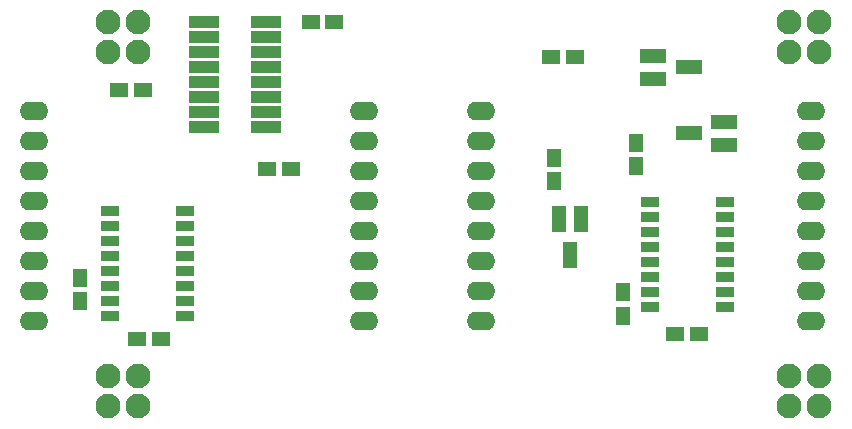
<source format=gbr>
G04 #@! TF.FileFunction,Soldermask,Top*
%FSLAX46Y46*%
G04 Gerber Fmt 4.6, Leading zero omitted, Abs format (unit mm)*
G04 Created by KiCad (PCBNEW 4.0.6) date 09/07/17 18:35:35*
%MOMM*%
%LPD*%
G01*
G04 APERTURE LIST*
%ADD10C,0.100000*%
%ADD11R,1.600000X1.300000*%
%ADD12R,2.300000X1.200000*%
%ADD13R,1.200000X2.300000*%
%ADD14R,1.300000X1.600000*%
%ADD15O,2.400000X1.600000*%
%ADD16R,1.543000X0.908000*%
%ADD17R,2.600000X1.000000*%
%ADD18C,2.100000*%
G04 APERTURE END LIST*
D10*
D11*
X52054000Y-40386000D03*
X50054000Y-40386000D03*
D12*
X88725000Y-38288000D03*
X88725000Y-36388000D03*
X85725000Y-37338000D03*
D13*
X76642000Y-44601000D03*
X74742000Y-44601000D03*
X75692000Y-47601000D03*
D12*
X82725000Y-30800000D03*
X82725000Y-32700000D03*
X85725000Y-31750000D03*
D14*
X80137000Y-52800000D03*
X80137000Y-50800000D03*
X34163000Y-49546000D03*
X34163000Y-51546000D03*
X81280000Y-40132000D03*
X81280000Y-38132000D03*
X74295000Y-41386000D03*
X74295000Y-39386000D03*
D11*
X76057000Y-30861000D03*
X74057000Y-30861000D03*
D15*
X68130000Y-35410000D03*
X96070000Y-35410000D03*
X68130000Y-37950000D03*
X96070000Y-37950000D03*
X68130000Y-40490000D03*
X96070000Y-40490000D03*
X68130000Y-43030000D03*
X96070000Y-43030000D03*
X68130000Y-45570000D03*
X96070000Y-45570000D03*
X68130000Y-48110000D03*
X96070000Y-48110000D03*
X68130000Y-50650000D03*
X96070000Y-50650000D03*
X68130000Y-53190000D03*
X96070000Y-53190000D03*
D16*
X82423000Y-52070000D03*
X82423000Y-49530000D03*
X82423000Y-48260000D03*
X82423000Y-46990000D03*
X82423000Y-45720000D03*
X82423000Y-44450000D03*
X82423000Y-43180000D03*
X88773000Y-43180000D03*
X88773000Y-44450000D03*
X88773000Y-45720000D03*
X88773000Y-46990000D03*
X88773000Y-48260000D03*
X88773000Y-49530000D03*
X88773000Y-50800000D03*
X88773000Y-52070000D03*
X82423000Y-50800000D03*
D15*
X30330000Y-35410000D03*
X58270000Y-35410000D03*
X30330000Y-37950000D03*
X58270000Y-37950000D03*
X30330000Y-40490000D03*
X58270000Y-40490000D03*
X30330000Y-43030000D03*
X58270000Y-43030000D03*
X30330000Y-45570000D03*
X58270000Y-45570000D03*
X30330000Y-48110000D03*
X58270000Y-48110000D03*
X30330000Y-50650000D03*
X58270000Y-50650000D03*
X30330000Y-53190000D03*
X58270000Y-53190000D03*
D16*
X36703000Y-52832000D03*
X36703000Y-50292000D03*
X36703000Y-49022000D03*
X36703000Y-47752000D03*
X36703000Y-46482000D03*
X36703000Y-45212000D03*
X36703000Y-43942000D03*
X43053000Y-43942000D03*
X43053000Y-45212000D03*
X43053000Y-46482000D03*
X43053000Y-47752000D03*
X43053000Y-49022000D03*
X43053000Y-50292000D03*
X43053000Y-51562000D03*
X43053000Y-52832000D03*
X36703000Y-51562000D03*
D17*
X49904000Y-27940000D03*
X44704000Y-27940000D03*
X49904000Y-29210000D03*
X44704000Y-29210000D03*
X49904000Y-30480000D03*
X44704000Y-30480000D03*
X49904000Y-31750000D03*
X44704000Y-31750000D03*
X49904000Y-33020000D03*
X44704000Y-33020000D03*
X49904000Y-34290000D03*
X44704000Y-34290000D03*
X49904000Y-35560000D03*
X44704000Y-35560000D03*
X49904000Y-36830000D03*
X44704000Y-36830000D03*
D18*
X39116000Y-27940000D03*
X39116000Y-30480000D03*
X36576000Y-27940000D03*
X36576000Y-30480000D03*
X39116000Y-57912000D03*
X39116000Y-60452000D03*
X36576000Y-57912000D03*
X36576000Y-60452000D03*
X96774000Y-57912000D03*
X96774000Y-60452000D03*
X94234000Y-57912000D03*
X94234000Y-60452000D03*
X96774000Y-27940000D03*
X96774000Y-30480000D03*
X94234000Y-27940000D03*
X94234000Y-30480000D03*
D11*
X39481000Y-33655000D03*
X37481000Y-33655000D03*
X84598000Y-54356000D03*
X86598000Y-54356000D03*
X39021000Y-54737000D03*
X41021000Y-54737000D03*
X55721000Y-27940000D03*
X53721000Y-27940000D03*
M02*

</source>
